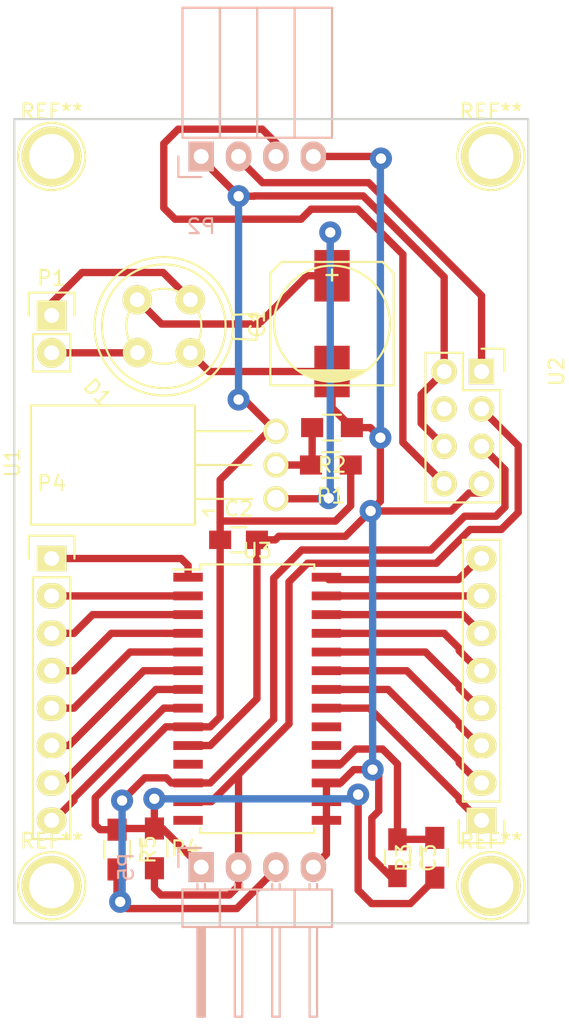
<source format=kicad_pcb>
(kicad_pcb (version 4) (host pcbnew 4.0.0-rc1-stable)

  (general
    (links 0)
    (no_connects 0)
    (area 95.021667 60.729999 135.815 131.090001)
    (thickness 1.6)
    (drawings 4)
    (tracks 248)
    (zones 0)
    (modules 21)
    (nets 31)
  )

  (page A4)
  (layers
    (0 F.Cu signal)
    (31 B.Cu signal)
    (32 B.Adhes user)
    (33 F.Adhes user)
    (34 B.Paste user)
    (35 F.Paste user)
    (36 B.SilkS user)
    (37 F.SilkS user)
    (38 B.Mask user)
    (39 F.Mask user)
    (40 Dwgs.User user)
    (41 Cmts.User user)
    (42 Eco1.User user)
    (43 Eco2.User user)
    (44 Edge.Cuts user)
    (45 Margin user)
    (46 B.CrtYd user)
    (47 F.CrtYd user)
    (48 B.Fab user)
    (49 F.Fab user hide)
  )

  (setup
    (last_trace_width 0.5)
    (user_trace_width 0.5)
    (trace_clearance 0.4)
    (zone_clearance 0.508)
    (zone_45_only no)
    (trace_min 0.2)
    (segment_width 0.2)
    (edge_width 0.15)
    (via_size 1.5)
    (via_drill 0.7)
    (via_min_size 0.4)
    (via_min_drill 0.3)
    (uvia_size 0.3)
    (uvia_drill 0.1)
    (uvias_allowed no)
    (uvia_min_size 0.2)
    (uvia_min_drill 0.1)
    (pcb_text_width 0.3)
    (pcb_text_size 1.5 1.5)
    (mod_edge_width 0.15)
    (mod_text_size 1 1)
    (mod_text_width 0.15)
    (pad_size 1.524 1.524)
    (pad_drill 0.762)
    (pad_to_mask_clearance 0.2)
    (aux_axis_origin 0 0)
    (visible_elements 7FFFFFFF)
    (pcbplotparams
      (layerselection 0x00030_80000001)
      (usegerberextensions false)
      (excludeedgelayer true)
      (linewidth 0.100000)
      (plotframeref false)
      (viasonmask false)
      (mode 1)
      (useauxorigin false)
      (hpglpennumber 1)
      (hpglpenspeed 20)
      (hpglpendiameter 15)
      (hpglpenoverlay 2)
      (psnegative false)
      (psa4output false)
      (plotreference true)
      (plotvalue true)
      (plotinvisibletext false)
      (padsonsilk false)
      (subtractmaskfromsilk false)
      (outputformat 1)
      (mirror false)
      (drillshape 0)
      (scaleselection 1)
      (outputdirectory Exports/PCB/))
  )

  (net 0 "")
  (net 1 /SCL)
  (net 2 +3V3)
  (net 3 "Net-(C1-Pad1)")
  (net 4 GND)
  (net 5 /RST)
  (net 6 "Net-(D1-Pad2)")
  (net 7 "Net-(D1-Pad4)")
  (net 8 /RX)
  (net 9 /TX)
  (net 10 "Net-(P3-Pad1)")
  (net 11 "Net-(P3-Pad2)")
  (net 12 "Net-(P3-Pad3)")
  (net 13 "Net-(P3-Pad4)")
  (net 14 "Net-(P3-Pad5)")
  (net 15 "Net-(P3-Pad6)")
  (net 16 "Net-(P3-Pad7)")
  (net 17 "Net-(P3-Pad8)")
  (net 18 "Net-(P4-Pad1)")
  (net 19 "Net-(P4-Pad2)")
  (net 20 "Net-(P4-Pad3)")
  (net 21 "Net-(P4-Pad4)")
  (net 22 "Net-(P4-Pad5)")
  (net 23 "Net-(P4-Pad6)")
  (net 24 "Net-(P4-Pad7)")
  (net 25 "Net-(P4-Pad8)")
  (net 26 "Net-(R1-Pad2)")
  (net 27 "Net-(U3-Pad19)")
  (net 28 "Net-(U3-Pad20)")
  (net 29 /SDA)
  (net 30 "Net-(U2-Pad4)")

  (net_class Default "Questo è il gruppo di collegamenti predefinito"
    (clearance 0.4)
    (trace_width 0.5)
    (via_dia 1.5)
    (via_drill 0.7)
    (uvia_dia 0.3)
    (uvia_drill 0.1)
    (add_net +3V3)
    (add_net /RST)
    (add_net /RX)
    (add_net /SCL)
    (add_net /SDA)
    (add_net /TX)
    (add_net GND)
    (add_net "Net-(C1-Pad1)")
    (add_net "Net-(D1-Pad2)")
    (add_net "Net-(D1-Pad4)")
    (add_net "Net-(P3-Pad1)")
    (add_net "Net-(P3-Pad2)")
    (add_net "Net-(P3-Pad3)")
    (add_net "Net-(P3-Pad4)")
    (add_net "Net-(P3-Pad5)")
    (add_net "Net-(P3-Pad6)")
    (add_net "Net-(P3-Pad7)")
    (add_net "Net-(P3-Pad8)")
    (add_net "Net-(P4-Pad1)")
    (add_net "Net-(P4-Pad2)")
    (add_net "Net-(P4-Pad3)")
    (add_net "Net-(P4-Pad4)")
    (add_net "Net-(P4-Pad5)")
    (add_net "Net-(P4-Pad6)")
    (add_net "Net-(P4-Pad7)")
    (add_net "Net-(P4-Pad8)")
    (add_net "Net-(R1-Pad2)")
    (add_net "Net-(U2-Pad4)")
    (add_net "Net-(U3-Pad19)")
    (add_net "Net-(U3-Pad20)")
  )

  (module Connect:1pin (layer F.Cu) (tedit 0) (tstamp 56493443)
    (at 100.33 121.285)
    (descr "module 1 pin (ou trou mecanique de percage)")
    (tags DEV)
    (fp_text reference REF** (at 0 -3.048) (layer F.SilkS)
      (effects (font (size 1 1) (thickness 0.15)))
    )
    (fp_text value 1pin (at 0 2.794) (layer F.Fab)
      (effects (font (size 1 1) (thickness 0.15)))
    )
    (fp_circle (center 0 0) (end 0 -2.286) (layer F.SilkS) (width 0.15))
    (pad 1 thru_hole circle (at 0 0) (size 4.064 4.064) (drill 3.048) (layers *.Cu *.Mask F.SilkS))
  )

  (module Connect:1pin (layer F.Cu) (tedit 0) (tstamp 5649343E)
    (at 130.175 121.285)
    (descr "module 1 pin (ou trou mecanique de percage)")
    (tags DEV)
    (fp_text reference REF** (at 0 -3.048) (layer F.SilkS)
      (effects (font (size 1 1) (thickness 0.15)))
    )
    (fp_text value 1pin (at 0 2.794) (layer F.Fab)
      (effects (font (size 1 1) (thickness 0.15)))
    )
    (fp_circle (center 0 0) (end 0 -2.286) (layer F.SilkS) (width 0.15))
    (pad 1 thru_hole circle (at 0 0) (size 4.064 4.064) (drill 3.048) (layers *.Cu *.Mask F.SilkS))
  )

  (module Connect:1pin (layer F.Cu) (tedit 0) (tstamp 56493439)
    (at 130.175 71.755)
    (descr "module 1 pin (ou trou mecanique de percage)")
    (tags DEV)
    (fp_text reference REF** (at 0 -3.048) (layer F.SilkS)
      (effects (font (size 1 1) (thickness 0.15)))
    )
    (fp_text value 1pin (at 0 2.794) (layer F.Fab)
      (effects (font (size 1 1) (thickness 0.15)))
    )
    (fp_circle (center 0 0) (end 0 -2.286) (layer F.SilkS) (width 0.15))
    (pad 1 thru_hole circle (at 0 0) (size 4.064 4.064) (drill 3.048) (layers *.Cu *.Mask F.SilkS))
  )

  (module Capacitors_SMD:c_elec_8x10 (layer F.Cu) (tedit 55729723) (tstamp 564921BD)
    (at 119.38 83.1088 90)
    (descr "SMT capacitor, aluminium electrolytic, 8x10")
    (path /56D42FF9)
    (attr smd)
    (fp_text reference C1 (at 0 -5.08 90) (layer F.SilkS)
      (effects (font (size 1 1) (thickness 0.15)))
    )
    (fp_text value 220u (at 0 5.08 90) (layer F.Fab)
      (effects (font (size 1 1) (thickness 0.15)))
    )
    (fp_line (start -5.35 -4.55) (end 5.35 -4.55) (layer F.CrtYd) (width 0.05))
    (fp_line (start 5.35 -4.55) (end 5.35 4.55) (layer F.CrtYd) (width 0.05))
    (fp_line (start 5.35 4.55) (end -5.35 4.55) (layer F.CrtYd) (width 0.05))
    (fp_line (start -5.35 4.55) (end -5.35 -4.55) (layer F.CrtYd) (width 0.05))
    (fp_line (start -3.81 -1.016) (end -3.81 1.016) (layer F.SilkS) (width 0.15))
    (fp_line (start -3.683 1.397) (end -3.683 -1.397) (layer F.SilkS) (width 0.15))
    (fp_line (start -3.556 -1.651) (end -3.556 1.651) (layer F.SilkS) (width 0.15))
    (fp_line (start -3.429 1.905) (end -3.429 -1.905) (layer F.SilkS) (width 0.15))
    (fp_line (start -3.302 2.032) (end -3.302 -2.032) (layer F.SilkS) (width 0.15))
    (fp_line (start -3.175 -2.286) (end -3.175 2.286) (layer F.SilkS) (width 0.15))
    (fp_line (start -4.191 -4.191) (end -4.191 4.191) (layer F.SilkS) (width 0.15))
    (fp_line (start -4.191 4.191) (end 3.429 4.191) (layer F.SilkS) (width 0.15))
    (fp_line (start 3.429 4.191) (end 4.191 3.429) (layer F.SilkS) (width 0.15))
    (fp_line (start 4.191 3.429) (end 4.191 -3.429) (layer F.SilkS) (width 0.15))
    (fp_line (start 4.191 -3.429) (end 3.429 -4.191) (layer F.SilkS) (width 0.15))
    (fp_line (start 3.429 -4.191) (end -4.191 -4.191) (layer F.SilkS) (width 0.15))
    (fp_line (start 3.683 0) (end 2.921 0) (layer F.SilkS) (width 0.15))
    (fp_line (start 3.302 -0.381) (end 3.302 0.381) (layer F.SilkS) (width 0.15))
    (fp_circle (center 0 0) (end 3.937 0) (layer F.SilkS) (width 0.15))
    (pad 1 smd rect (at 3.2512 0 90) (size 3.50012 2.4003) (layers F.Cu F.Paste F.Mask)
      (net 3 "Net-(C1-Pad1)"))
    (pad 2 smd rect (at -3.2512 0 90) (size 3.50012 2.4003) (layers F.Cu F.Paste F.Mask)
      (net 4 GND))
    (model Capacitors_SMD.3dshapes/c_elec_8x10.wrl
      (at (xyz 0 0 0))
      (scale (xyz 1 1 1))
      (rotate (xyz 0 0 0))
    )
  )

  (module Capacitors_SMD:C_0805_HandSoldering (layer F.Cu) (tedit 541A9B8D) (tstamp 564921C3)
    (at 113.03 97.79)
    (descr "Capacitor SMD 0805, hand soldering")
    (tags "capacitor 0805")
    (path /56D511D3)
    (attr smd)
    (fp_text reference C2 (at 0 -2.1) (layer F.SilkS)
      (effects (font (size 1 1) (thickness 0.15)))
    )
    (fp_text value 0,1u (at 0 2.1) (layer F.Fab)
      (effects (font (size 1 1) (thickness 0.15)))
    )
    (fp_line (start -2.3 -1) (end 2.3 -1) (layer F.CrtYd) (width 0.05))
    (fp_line (start -2.3 1) (end 2.3 1) (layer F.CrtYd) (width 0.05))
    (fp_line (start -2.3 -1) (end -2.3 1) (layer F.CrtYd) (width 0.05))
    (fp_line (start 2.3 -1) (end 2.3 1) (layer F.CrtYd) (width 0.05))
    (fp_line (start 0.5 -0.85) (end -0.5 -0.85) (layer F.SilkS) (width 0.15))
    (fp_line (start -0.5 0.85) (end 0.5 0.85) (layer F.SilkS) (width 0.15))
    (pad 1 smd rect (at -1.25 0) (size 1.5 1.25) (layers F.Cu F.Paste F.Mask)
      (net 2 +3V3))
    (pad 2 smd rect (at 1.25 0) (size 1.5 1.25) (layers F.Cu F.Paste F.Mask)
      (net 4 GND))
    (model Capacitors_SMD.3dshapes/C_0805_HandSoldering.wrl
      (at (xyz 0 0 0))
      (scale (xyz 1 1 1))
      (rotate (xyz 0 0 0))
    )
  )

  (module Capacitors_SMD:C_0805_HandSoldering (layer F.Cu) (tedit 541A9B8D) (tstamp 564921C9)
    (at 123.825 119.38 270)
    (descr "Capacitor SMD 0805, hand soldering")
    (tags "capacitor 0805")
    (path /56D3FA0A)
    (attr smd)
    (fp_text reference C3 (at 0 -2.1 270) (layer F.SilkS)
      (effects (font (size 1 1) (thickness 0.15)))
    )
    (fp_text value 0,1u (at 0 2.1 270) (layer F.Fab)
      (effects (font (size 1 1) (thickness 0.15)))
    )
    (fp_line (start -2.3 -1) (end 2.3 -1) (layer F.CrtYd) (width 0.05))
    (fp_line (start -2.3 1) (end 2.3 1) (layer F.CrtYd) (width 0.05))
    (fp_line (start -2.3 -1) (end -2.3 1) (layer F.CrtYd) (width 0.05))
    (fp_line (start 2.3 -1) (end 2.3 1) (layer F.CrtYd) (width 0.05))
    (fp_line (start 0.5 -0.85) (end -0.5 -0.85) (layer F.SilkS) (width 0.15))
    (fp_line (start -0.5 0.85) (end 0.5 0.85) (layer F.SilkS) (width 0.15))
    (pad 1 smd rect (at -1.25 0 270) (size 1.5 1.25) (layers F.Cu F.Paste F.Mask)
      (net 5 /RST))
    (pad 2 smd rect (at 1.25 0 270) (size 1.5 1.25) (layers F.Cu F.Paste F.Mask)
      (net 4 GND))
    (model Capacitors_SMD.3dshapes/C_0805_HandSoldering.wrl
      (at (xyz 0 0 0))
      (scale (xyz 1 1 1))
      (rotate (xyz 0 0 0))
    )
  )

  (module TO_SOT_Packages_THT:TO-12_TO-33_4Pin (layer F.Cu) (tedit 0) (tstamp 564921D8)
    (at 107.95 83.286878 135)
    (descr "TO-12, TO-33, 4Pin,")
    (tags "TO-12, TO-33, 4Pin,")
    (path /56D4532A)
    (fp_text reference D1 (at 0.01 -6.35 135) (layer F.SilkS)
      (effects (font (size 1 1) (thickness 0.15)))
    )
    (fp_text value Diode_Bridge (at -0.2 10 135) (layer F.Fab)
      (effects (font (size 1 1) (thickness 0.15)))
    )
    (fp_circle (center 0 0) (end 2.55 0) (layer F.SilkS) (width 0.15))
    (fp_line (start -4.5 4.5) (end -3.9 5.1) (layer F.SilkS) (width 0.15))
    (fp_line (start -3.9 5.1) (end -2.8 3.9) (layer F.SilkS) (width 0.15))
    (fp_line (start -4.5 4.5) (end -5.1 3.8) (layer F.SilkS) (width 0.15))
    (fp_line (start -5.1 3.8) (end -3.9 2.7) (layer F.SilkS) (width 0.15))
    (fp_circle (center 0 0) (end 4.2 0) (layer F.SilkS) (width 0.15))
    (fp_circle (center 0 0) (end 4.7 0) (layer F.SilkS) (width 0.15))
    (pad 1 thru_hole circle (at -2.55 0 135) (size 2 2) (drill 1) (layers *.Cu *.Mask F.SilkS)
      (net 4 GND))
    (pad 2 thru_hole circle (at 0 -2.525 135) (size 2 2) (drill 1) (layers *.Cu *.Mask F.SilkS)
      (net 6 "Net-(D1-Pad2)"))
    (pad 3 thru_hole circle (at 2.55 0 135) (size 2 2) (drill 1) (layers *.Cu *.Mask F.SilkS)
      (net 3 "Net-(C1-Pad1)"))
    (pad 4 thru_hole circle (at 0 2.55 135) (size 2 2) (drill 1) (layers *.Cu *.Mask F.SilkS)
      (net 7 "Net-(D1-Pad4)"))
  )

  (module Pin_Headers:Pin_Header_Straight_1x02 (layer F.Cu) (tedit 54EA090C) (tstamp 564921DE)
    (at 100.33 82.55)
    (descr "Through hole pin header")
    (tags "pin header")
    (path /56D45EA6)
    (fp_text reference P1 (at 0 -2.54) (layer F.SilkS)
      (effects (font (size 1 1) (thickness 0.15)))
    )
    (fp_text value CONN_01X02 (at 0 -3.1) (layer F.Fab)
      (effects (font (size 1 1) (thickness 0.15)))
    )
    (fp_line (start 1.27 1.27) (end 1.27 3.81) (layer F.SilkS) (width 0.15))
    (fp_line (start 1.55 -1.55) (end 1.55 0) (layer F.SilkS) (width 0.15))
    (fp_line (start -1.75 -1.75) (end -1.75 4.3) (layer F.CrtYd) (width 0.05))
    (fp_line (start 1.75 -1.75) (end 1.75 4.3) (layer F.CrtYd) (width 0.05))
    (fp_line (start -1.75 -1.75) (end 1.75 -1.75) (layer F.CrtYd) (width 0.05))
    (fp_line (start -1.75 4.3) (end 1.75 4.3) (layer F.CrtYd) (width 0.05))
    (fp_line (start 1.27 1.27) (end -1.27 1.27) (layer F.SilkS) (width 0.15))
    (fp_line (start -1.55 0) (end -1.55 -1.55) (layer F.SilkS) (width 0.15))
    (fp_line (start -1.55 -1.55) (end 1.55 -1.55) (layer F.SilkS) (width 0.15))
    (fp_line (start -1.27 1.27) (end -1.27 3.81) (layer F.SilkS) (width 0.15))
    (fp_line (start -1.27 3.81) (end 1.27 3.81) (layer F.SilkS) (width 0.15))
    (pad 1 thru_hole rect (at 0 0) (size 2.032 2.032) (drill 1.016) (layers *.Cu *.Mask F.SilkS)
      (net 7 "Net-(D1-Pad4)"))
    (pad 2 thru_hole oval (at 0 2.54) (size 2.032 2.032) (drill 1.016) (layers *.Cu *.Mask F.SilkS)
      (net 6 "Net-(D1-Pad2)"))
    (model Pin_Headers.3dshapes/Pin_Header_Straight_1x02.wrl
      (at (xyz 0 -0.05 0))
      (scale (xyz 1 1 1))
      (rotate (xyz 0 0 90))
    )
  )

  (module Socket_Strips:Socket_Strip_Angled_1x04 (layer B.Cu) (tedit 0) (tstamp 564921FA)
    (at 110.49 71.755)
    (descr "Through hole socket strip")
    (tags "socket strip")
    (path /56D40F46)
    (fp_text reference P2 (at 0 4.75) (layer B.SilkS)
      (effects (font (size 1 1) (thickness 0.15)) (justify mirror))
    )
    (fp_text value CONN_01X04 (at 0 2.75) (layer B.Fab)
      (effects (font (size 1 1) (thickness 0.15)) (justify mirror))
    )
    (fp_line (start -1.75 1.5) (end -1.75 -10.6) (layer B.CrtYd) (width 0.05))
    (fp_line (start 9.4 1.5) (end 9.4 -10.6) (layer B.CrtYd) (width 0.05))
    (fp_line (start -1.75 1.5) (end 9.4 1.5) (layer B.CrtYd) (width 0.05))
    (fp_line (start -1.75 -10.6) (end 9.4 -10.6) (layer B.CrtYd) (width 0.05))
    (fp_line (start 8.89 -10.1) (end 8.89 -1.27) (layer B.SilkS) (width 0.15))
    (fp_line (start 6.35 -10.1) (end 8.89 -10.1) (layer B.SilkS) (width 0.15))
    (fp_line (start 6.35 -1.27) (end 8.89 -1.27) (layer B.SilkS) (width 0.15))
    (fp_line (start 3.81 -1.27) (end 6.35 -1.27) (layer B.SilkS) (width 0.15))
    (fp_line (start 3.81 -10.1) (end 6.35 -10.1) (layer B.SilkS) (width 0.15))
    (fp_line (start 6.35 -10.1) (end 6.35 -1.27) (layer B.SilkS) (width 0.15))
    (fp_line (start 3.81 -10.1) (end 3.81 -1.27) (layer B.SilkS) (width 0.15))
    (fp_line (start 1.27 -10.1) (end 3.81 -10.1) (layer B.SilkS) (width 0.15))
    (fp_line (start 1.27 -1.27) (end 1.27 -10.1) (layer B.SilkS) (width 0.15))
    (fp_line (start 1.27 -1.27) (end 3.81 -1.27) (layer B.SilkS) (width 0.15))
    (fp_line (start -1.27 -1.27) (end 1.27 -1.27) (layer B.SilkS) (width 0.15))
    (fp_line (start 0 1.4) (end -1.55 1.4) (layer B.SilkS) (width 0.15))
    (fp_line (start -1.55 1.4) (end -1.55 0) (layer B.SilkS) (width 0.15))
    (fp_line (start -1.27 -1.27) (end -1.27 -10.1) (layer B.SilkS) (width 0.15))
    (fp_line (start -1.27 -10.1) (end 1.27 -10.1) (layer B.SilkS) (width 0.15))
    (fp_line (start 1.27 -10.1) (end 1.27 -1.27) (layer B.SilkS) (width 0.15))
    (pad 1 thru_hole rect (at 0 0) (size 1.7272 2.032) (drill 1.016) (layers *.Cu *.Mask B.SilkS)
      (net 2 +3V3))
    (pad 2 thru_hole oval (at 2.54 0) (size 1.7272 2.032) (drill 1.016) (layers *.Cu *.Mask B.SilkS)
      (net 8 /RX))
    (pad 3 thru_hole oval (at 5.08 0) (size 1.7272 2.032) (drill 1.016) (layers *.Cu *.Mask B.SilkS)
      (net 9 /TX))
    (pad 4 thru_hole oval (at 7.62 0) (size 1.7272 2.032) (drill 1.016) (layers *.Cu *.Mask B.SilkS)
      (net 4 GND))
    (model Socket_Strips.3dshapes/Socket_Strip_Angled_1x04.wrl
      (at (xyz 0.15 0 0))
      (scale (xyz 1 1 1))
      (rotate (xyz 0 0 180))
    )
  )

  (module Pin_Headers:Pin_Header_Straight_1x08 (layer F.Cu) (tedit 0) (tstamp 56492206)
    (at 129.54 116.84 180)
    (descr "Through hole pin header")
    (tags "pin header")
    (path /56D3F777)
    (fp_text reference P3 (at 0 -5.1 180) (layer F.SilkS)
      (effects (font (size 1 1) (thickness 0.15)))
    )
    (fp_text value CONN_01X08 (at 0 -3.1 180) (layer F.Fab)
      (effects (font (size 1 1) (thickness 0.15)))
    )
    (fp_line (start -1.75 -1.75) (end -1.75 19.55) (layer F.CrtYd) (width 0.05))
    (fp_line (start 1.75 -1.75) (end 1.75 19.55) (layer F.CrtYd) (width 0.05))
    (fp_line (start -1.75 -1.75) (end 1.75 -1.75) (layer F.CrtYd) (width 0.05))
    (fp_line (start -1.75 19.55) (end 1.75 19.55) (layer F.CrtYd) (width 0.05))
    (fp_line (start 1.27 1.27) (end 1.27 19.05) (layer F.SilkS) (width 0.15))
    (fp_line (start 1.27 19.05) (end -1.27 19.05) (layer F.SilkS) (width 0.15))
    (fp_line (start -1.27 19.05) (end -1.27 1.27) (layer F.SilkS) (width 0.15))
    (fp_line (start 1.55 -1.55) (end 1.55 0) (layer F.SilkS) (width 0.15))
    (fp_line (start 1.27 1.27) (end -1.27 1.27) (layer F.SilkS) (width 0.15))
    (fp_line (start -1.55 0) (end -1.55 -1.55) (layer F.SilkS) (width 0.15))
    (fp_line (start -1.55 -1.55) (end 1.55 -1.55) (layer F.SilkS) (width 0.15))
    (pad 1 thru_hole rect (at 0 0 180) (size 2.032 1.7272) (drill 1.016) (layers *.Cu *.Mask F.SilkS)
      (net 10 "Net-(P3-Pad1)"))
    (pad 2 thru_hole oval (at 0 2.54 180) (size 2.032 1.7272) (drill 1.016) (layers *.Cu *.Mask F.SilkS)
      (net 11 "Net-(P3-Pad2)"))
    (pad 3 thru_hole oval (at 0 5.08 180) (size 2.032 1.7272) (drill 1.016) (layers *.Cu *.Mask F.SilkS)
      (net 12 "Net-(P3-Pad3)"))
    (pad 4 thru_hole oval (at 0 7.62 180) (size 2.032 1.7272) (drill 1.016) (layers *.Cu *.Mask F.SilkS)
      (net 13 "Net-(P3-Pad4)"))
    (pad 5 thru_hole oval (at 0 10.16 180) (size 2.032 1.7272) (drill 1.016) (layers *.Cu *.Mask F.SilkS)
      (net 14 "Net-(P3-Pad5)"))
    (pad 6 thru_hole oval (at 0 12.7 180) (size 2.032 1.7272) (drill 1.016) (layers *.Cu *.Mask F.SilkS)
      (net 15 "Net-(P3-Pad6)"))
    (pad 7 thru_hole oval (at 0 15.24 180) (size 2.032 1.7272) (drill 1.016) (layers *.Cu *.Mask F.SilkS)
      (net 16 "Net-(P3-Pad7)"))
    (pad 8 thru_hole oval (at 0 17.78 180) (size 2.032 1.7272) (drill 1.016) (layers *.Cu *.Mask F.SilkS)
      (net 17 "Net-(P3-Pad8)"))
    (model Pin_Headers.3dshapes/Pin_Header_Straight_1x08.wrl
      (at (xyz 0 -0.35 0))
      (scale (xyz 1 1 1))
      (rotate (xyz 0 0 90))
    )
  )

  (module Pin_Headers:Pin_Header_Straight_1x08 (layer F.Cu) (tedit 0) (tstamp 56492212)
    (at 100.33 99.06)
    (descr "Through hole pin header")
    (tags "pin header")
    (path /56D3F7AE)
    (fp_text reference P4 (at 0 -5.1) (layer F.SilkS)
      (effects (font (size 1 1) (thickness 0.15)))
    )
    (fp_text value CONN_01X08 (at 0 -3.1) (layer F.Fab)
      (effects (font (size 1 1) (thickness 0.15)))
    )
    (fp_line (start -1.75 -1.75) (end -1.75 19.55) (layer F.CrtYd) (width 0.05))
    (fp_line (start 1.75 -1.75) (end 1.75 19.55) (layer F.CrtYd) (width 0.05))
    (fp_line (start -1.75 -1.75) (end 1.75 -1.75) (layer F.CrtYd) (width 0.05))
    (fp_line (start -1.75 19.55) (end 1.75 19.55) (layer F.CrtYd) (width 0.05))
    (fp_line (start 1.27 1.27) (end 1.27 19.05) (layer F.SilkS) (width 0.15))
    (fp_line (start 1.27 19.05) (end -1.27 19.05) (layer F.SilkS) (width 0.15))
    (fp_line (start -1.27 19.05) (end -1.27 1.27) (layer F.SilkS) (width 0.15))
    (fp_line (start 1.55 -1.55) (end 1.55 0) (layer F.SilkS) (width 0.15))
    (fp_line (start 1.27 1.27) (end -1.27 1.27) (layer F.SilkS) (width 0.15))
    (fp_line (start -1.55 0) (end -1.55 -1.55) (layer F.SilkS) (width 0.15))
    (fp_line (start -1.55 -1.55) (end 1.55 -1.55) (layer F.SilkS) (width 0.15))
    (pad 1 thru_hole rect (at 0 0) (size 2.032 1.7272) (drill 1.016) (layers *.Cu *.Mask F.SilkS)
      (net 18 "Net-(P4-Pad1)"))
    (pad 2 thru_hole oval (at 0 2.54) (size 2.032 1.7272) (drill 1.016) (layers *.Cu *.Mask F.SilkS)
      (net 19 "Net-(P4-Pad2)"))
    (pad 3 thru_hole oval (at 0 5.08) (size 2.032 1.7272) (drill 1.016) (layers *.Cu *.Mask F.SilkS)
      (net 20 "Net-(P4-Pad3)"))
    (pad 4 thru_hole oval (at 0 7.62) (size 2.032 1.7272) (drill 1.016) (layers *.Cu *.Mask F.SilkS)
      (net 21 "Net-(P4-Pad4)"))
    (pad 5 thru_hole oval (at 0 10.16) (size 2.032 1.7272) (drill 1.016) (layers *.Cu *.Mask F.SilkS)
      (net 22 "Net-(P4-Pad5)"))
    (pad 6 thru_hole oval (at 0 12.7) (size 2.032 1.7272) (drill 1.016) (layers *.Cu *.Mask F.SilkS)
      (net 23 "Net-(P4-Pad6)"))
    (pad 7 thru_hole oval (at 0 15.24) (size 2.032 1.7272) (drill 1.016) (layers *.Cu *.Mask F.SilkS)
      (net 24 "Net-(P4-Pad7)"))
    (pad 8 thru_hole oval (at 0 17.78) (size 2.032 1.7272) (drill 1.016) (layers *.Cu *.Mask F.SilkS)
      (net 25 "Net-(P4-Pad8)"))
    (model Pin_Headers.3dshapes/Pin_Header_Straight_1x08.wrl
      (at (xyz 0 -0.35 0))
      (scale (xyz 1 1 1))
      (rotate (xyz 0 0 90))
    )
  )

  (module Pin_Headers:Pin_Header_Angled_1x04 (layer B.Cu) (tedit 0) (tstamp 5649221A)
    (at 110.49 120.015 270)
    (descr "Through hole pin header")
    (tags "pin header")
    (path /56D40C17)
    (fp_text reference P5 (at 0 5.1 270) (layer B.SilkS)
      (effects (font (size 1 1) (thickness 0.15)) (justify mirror))
    )
    (fp_text value CONN_01X04 (at 0 3.1 270) (layer B.Fab)
      (effects (font (size 1 1) (thickness 0.15)) (justify mirror))
    )
    (fp_line (start -1.5 1.75) (end -1.5 -9.4) (layer B.CrtYd) (width 0.05))
    (fp_line (start 10.65 1.75) (end 10.65 -9.4) (layer B.CrtYd) (width 0.05))
    (fp_line (start -1.5 1.75) (end 10.65 1.75) (layer B.CrtYd) (width 0.05))
    (fp_line (start -1.5 -9.4) (end 10.65 -9.4) (layer B.CrtYd) (width 0.05))
    (fp_line (start -1.3 1.55) (end -1.3 0) (layer B.SilkS) (width 0.15))
    (fp_line (start 0 1.55) (end -1.3 1.55) (layer B.SilkS) (width 0.15))
    (fp_line (start 4.191 0.127) (end 10.033 0.127) (layer B.SilkS) (width 0.15))
    (fp_line (start 10.033 0.127) (end 10.033 -0.127) (layer B.SilkS) (width 0.15))
    (fp_line (start 10.033 -0.127) (end 4.191 -0.127) (layer B.SilkS) (width 0.15))
    (fp_line (start 4.191 -0.127) (end 4.191 0) (layer B.SilkS) (width 0.15))
    (fp_line (start 4.191 0) (end 10.033 0) (layer B.SilkS) (width 0.15))
    (fp_line (start 1.524 0.254) (end 1.143 0.254) (layer B.SilkS) (width 0.15))
    (fp_line (start 1.524 -0.254) (end 1.143 -0.254) (layer B.SilkS) (width 0.15))
    (fp_line (start 1.524 -2.286) (end 1.143 -2.286) (layer B.SilkS) (width 0.15))
    (fp_line (start 1.524 -2.794) (end 1.143 -2.794) (layer B.SilkS) (width 0.15))
    (fp_line (start 1.524 -4.826) (end 1.143 -4.826) (layer B.SilkS) (width 0.15))
    (fp_line (start 1.524 -5.334) (end 1.143 -5.334) (layer B.SilkS) (width 0.15))
    (fp_line (start 1.524 -7.874) (end 1.143 -7.874) (layer B.SilkS) (width 0.15))
    (fp_line (start 1.524 -7.366) (end 1.143 -7.366) (layer B.SilkS) (width 0.15))
    (fp_line (start 1.524 1.27) (end 4.064 1.27) (layer B.SilkS) (width 0.15))
    (fp_line (start 1.524 -1.27) (end 4.064 -1.27) (layer B.SilkS) (width 0.15))
    (fp_line (start 1.524 -1.27) (end 1.524 -3.81) (layer B.SilkS) (width 0.15))
    (fp_line (start 1.524 -3.81) (end 4.064 -3.81) (layer B.SilkS) (width 0.15))
    (fp_line (start 4.064 -2.286) (end 10.16 -2.286) (layer B.SilkS) (width 0.15))
    (fp_line (start 10.16 -2.286) (end 10.16 -2.794) (layer B.SilkS) (width 0.15))
    (fp_line (start 10.16 -2.794) (end 4.064 -2.794) (layer B.SilkS) (width 0.15))
    (fp_line (start 4.064 -3.81) (end 4.064 -1.27) (layer B.SilkS) (width 0.15))
    (fp_line (start 4.064 -1.27) (end 4.064 1.27) (layer B.SilkS) (width 0.15))
    (fp_line (start 10.16 -0.254) (end 4.064 -0.254) (layer B.SilkS) (width 0.15))
    (fp_line (start 10.16 0.254) (end 10.16 -0.254) (layer B.SilkS) (width 0.15))
    (fp_line (start 4.064 0.254) (end 10.16 0.254) (layer B.SilkS) (width 0.15))
    (fp_line (start 1.524 -1.27) (end 4.064 -1.27) (layer B.SilkS) (width 0.15))
    (fp_line (start 1.524 1.27) (end 1.524 -1.27) (layer B.SilkS) (width 0.15))
    (fp_line (start 1.524 -6.35) (end 4.064 -6.35) (layer B.SilkS) (width 0.15))
    (fp_line (start 1.524 -6.35) (end 1.524 -8.89) (layer B.SilkS) (width 0.15))
    (fp_line (start 1.524 -8.89) (end 4.064 -8.89) (layer B.SilkS) (width 0.15))
    (fp_line (start 4.064 -7.366) (end 10.16 -7.366) (layer B.SilkS) (width 0.15))
    (fp_line (start 10.16 -7.366) (end 10.16 -7.874) (layer B.SilkS) (width 0.15))
    (fp_line (start 10.16 -7.874) (end 4.064 -7.874) (layer B.SilkS) (width 0.15))
    (fp_line (start 4.064 -8.89) (end 4.064 -6.35) (layer B.SilkS) (width 0.15))
    (fp_line (start 4.064 -6.35) (end 4.064 -3.81) (layer B.SilkS) (width 0.15))
    (fp_line (start 10.16 -5.334) (end 4.064 -5.334) (layer B.SilkS) (width 0.15))
    (fp_line (start 10.16 -4.826) (end 10.16 -5.334) (layer B.SilkS) (width 0.15))
    (fp_line (start 4.064 -4.826) (end 10.16 -4.826) (layer B.SilkS) (width 0.15))
    (fp_line (start 1.524 -6.35) (end 4.064 -6.35) (layer B.SilkS) (width 0.15))
    (fp_line (start 1.524 -3.81) (end 1.524 -6.35) (layer B.SilkS) (width 0.15))
    (fp_line (start 1.524 -3.81) (end 4.064 -3.81) (layer B.SilkS) (width 0.15))
    (pad 1 thru_hole rect (at 0 0 270) (size 2.032 1.7272) (drill 1.016) (layers *.Cu *.Mask B.SilkS)
      (net 2 +3V3))
    (pad 2 thru_hole oval (at 0 -2.54 270) (size 2.032 1.7272) (drill 1.016) (layers *.Cu *.Mask B.SilkS)
      (net 29 /SDA))
    (pad 3 thru_hole oval (at 0 -5.08 270) (size 2.032 1.7272) (drill 1.016) (layers *.Cu *.Mask B.SilkS)
      (net 1 /SCL))
    (pad 4 thru_hole oval (at 0 -7.62 270) (size 2.032 1.7272) (drill 1.016) (layers *.Cu *.Mask B.SilkS)
      (net 4 GND))
    (model Pin_Headers.3dshapes/Pin_Header_Angled_1x04.wrl
      (at (xyz 0 -0.15 0))
      (scale (xyz 1 1 1))
      (rotate (xyz 0 0 90))
    )
  )

  (module Resistors_SMD:R_0805_HandSoldering (layer F.Cu) (tedit 54189DEE) (tstamp 56492226)
    (at 119.3 92.71 180)
    (descr "Resistor SMD 0805, hand soldering")
    (tags "resistor 0805")
    (path /56D43950)
    (attr smd)
    (fp_text reference R1 (at 0 -2.1 180) (layer F.SilkS)
      (effects (font (size 1 1) (thickness 0.15)))
    )
    (fp_text value 240 (at 0 2.1 180) (layer F.Fab)
      (effects (font (size 1 1) (thickness 0.15)))
    )
    (fp_line (start -2.4 -1) (end 2.4 -1) (layer F.CrtYd) (width 0.05))
    (fp_line (start -2.4 1) (end 2.4 1) (layer F.CrtYd) (width 0.05))
    (fp_line (start -2.4 -1) (end -2.4 1) (layer F.CrtYd) (width 0.05))
    (fp_line (start 2.4 -1) (end 2.4 1) (layer F.CrtYd) (width 0.05))
    (fp_line (start 0.6 0.875) (end -0.6 0.875) (layer F.SilkS) (width 0.15))
    (fp_line (start -0.6 -0.875) (end 0.6 -0.875) (layer F.SilkS) (width 0.15))
    (pad 1 smd rect (at -1.35 0 180) (size 1.5 1.3) (layers F.Cu F.Paste F.Mask)
      (net 2 +3V3))
    (pad 2 smd rect (at 1.35 0 180) (size 1.5 1.3) (layers F.Cu F.Paste F.Mask)
      (net 26 "Net-(R1-Pad2)"))
    (model Resistors_SMD.3dshapes/R_0805_HandSoldering.wrl
      (at (xyz 0 0 0))
      (scale (xyz 1 1 1))
      (rotate (xyz 0 0 0))
    )
  )

  (module Resistors_SMD:R_0805_HandSoldering (layer F.Cu) (tedit 54189DEE) (tstamp 56492232)
    (at 119.38 90.17)
    (descr "Resistor SMD 0805, hand soldering")
    (tags "resistor 0805")
    (path /56D43A50)
    (attr smd)
    (fp_text reference R2 (at 0 2.54) (layer F.SilkS)
      (effects (font (size 1 1) (thickness 0.15)))
    )
    (fp_text value 390 (at 0 2.1) (layer F.Fab)
      (effects (font (size 1 1) (thickness 0.15)))
    )
    (fp_line (start -2.4 -1) (end 2.4 -1) (layer F.CrtYd) (width 0.05))
    (fp_line (start -2.4 1) (end 2.4 1) (layer F.CrtYd) (width 0.05))
    (fp_line (start -2.4 -1) (end -2.4 1) (layer F.CrtYd) (width 0.05))
    (fp_line (start 2.4 -1) (end 2.4 1) (layer F.CrtYd) (width 0.05))
    (fp_line (start 0.6 0.875) (end -0.6 0.875) (layer F.SilkS) (width 0.15))
    (fp_line (start -0.6 -0.875) (end 0.6 -0.875) (layer F.SilkS) (width 0.15))
    (pad 1 smd rect (at -1.35 0) (size 1.5 1.3) (layers F.Cu F.Paste F.Mask)
      (net 26 "Net-(R1-Pad2)"))
    (pad 2 smd rect (at 1.35 0) (size 1.5 1.3) (layers F.Cu F.Paste F.Mask)
      (net 4 GND))
    (model Resistors_SMD.3dshapes/R_0805_HandSoldering.wrl
      (at (xyz 0 0 0))
      (scale (xyz 1 1 1))
      (rotate (xyz 0 0 0))
    )
  )

  (module Resistors_SMD:R_0805_HandSoldering (layer F.Cu) (tedit 54189DEE) (tstamp 5649223E)
    (at 126.365 119.38 90)
    (descr "Resistor SMD 0805, hand soldering")
    (tags "resistor 0805")
    (path /56D3F97D)
    (attr smd)
    (fp_text reference R3 (at 0 -2.1 90) (layer F.SilkS)
      (effects (font (size 1 1) (thickness 0.15)))
    )
    (fp_text value 1K (at 0 2.1 90) (layer F.Fab)
      (effects (font (size 1 1) (thickness 0.15)))
    )
    (fp_line (start -2.4 -1) (end 2.4 -1) (layer F.CrtYd) (width 0.05))
    (fp_line (start -2.4 1) (end 2.4 1) (layer F.CrtYd) (width 0.05))
    (fp_line (start -2.4 -1) (end -2.4 1) (layer F.CrtYd) (width 0.05))
    (fp_line (start 2.4 -1) (end 2.4 1) (layer F.CrtYd) (width 0.05))
    (fp_line (start 0.6 0.875) (end -0.6 0.875) (layer F.SilkS) (width 0.15))
    (fp_line (start -0.6 -0.875) (end 0.6 -0.875) (layer F.SilkS) (width 0.15))
    (pad 1 smd rect (at -1.35 0 90) (size 1.5 1.3) (layers F.Cu F.Paste F.Mask)
      (net 2 +3V3))
    (pad 2 smd rect (at 1.35 0 90) (size 1.5 1.3) (layers F.Cu F.Paste F.Mask)
      (net 5 /RST))
    (model Resistors_SMD.3dshapes/R_0805_HandSoldering.wrl
      (at (xyz 0 0 0))
      (scale (xyz 1 1 1))
      (rotate (xyz 0 0 0))
    )
  )

  (module Housings_SOT:SOT126_SOT32_Housing_Horizontal (layer F.Cu) (tedit 0) (tstamp 56492246)
    (at 115.57 92.71 90)
    (descr "SOT126, SOT32, Housing, Horizontal,")
    (tags "SOT126, SOT32, Housing, Horizontal,")
    (path /56D43545)
    (fp_text reference U1 (at 0.14986 -17.89938 90) (layer F.SilkS)
      (effects (font (size 1 1) (thickness 0.15)))
    )
    (fp_text value LM317AH (at 0.70104 4.30022 90) (layer F.Fab)
      (effects (font (size 1 1) (thickness 0.15)))
    )
    (fp_line (start -3.44932 -4.65074) (end -3.0988 -4.95046) (layer F.SilkS) (width 0.15))
    (fp_line (start -3.0988 -4.95046) (end -3.0988 -4.20116) (layer F.SilkS) (width 0.15))
    (fp_line (start -2.30124 -5.4991) (end -2.30124 -1.6002) (layer F.SilkS) (width 0.15))
    (fp_line (start 2.30124 -5.4991) (end 2.30124 -1.6002) (layer F.SilkS) (width 0.15))
    (fp_line (start 0 -5.4991) (end 0 -1.651) (layer F.SilkS) (width 0.15))
    (fp_line (start 4.04876 -5.4991) (end 4.04876 -16.6497) (layer F.SilkS) (width 0.15))
    (fp_line (start 4.04876 -16.6497) (end -4.04876 -16.6497) (layer F.SilkS) (width 0.15))
    (fp_line (start -4.04876 -16.6497) (end -4.04876 -5.4991) (layer F.SilkS) (width 0.15))
    (fp_line (start 4.04876 -5.4991) (end -4.04876 -5.4991) (layer F.SilkS) (width 0.15))
    (pad 2 thru_hole circle (at 0 0 90) (size 1.69926 1.69926) (drill 1.19888) (layers *.Cu *.Mask F.SilkS)
      (net 26 "Net-(R1-Pad2)"))
    (pad 1 thru_hole circle (at -2.29108 0 90) (size 1.69926 1.69926) (drill 1.19888) (layers *.Cu *.Mask F.SilkS)
      (net 3 "Net-(C1-Pad1)"))
    (pad 3 thru_hole circle (at 2.29108 0 90) (size 1.69926 1.69926) (drill 1.19888) (layers *.Cu *.Mask F.SilkS)
      (net 2 +3V3))
    (pad "" np_thru_hole circle (at 0 -12.79906 90) (size 3.2004 3.2004) (drill 3.2004) (layers *.Cu *.Mask F.SilkS))
    (model Housings_SOT.3dshapes/SOT126_SOT32_Housing_Horizontal.wrl
      (at (xyz 0 0 0))
      (scale (xyz 0.3937 0.3937 0.3937))
      (rotate (xyz 0 0 0))
    )
  )

  (module Housings_SOIC:SOIC-28_7.5x17.9mm_Pitch1.27mm (layer F.Cu) (tedit 54130A77) (tstamp 56492285)
    (at 114.3 108.585)
    (descr "28-Lead Plastic Small Outline (SO) - Wide, 7.50 mm Body [SOIC] (see Microchip Packaging Specification 00000049BS.pdf)")
    (tags "SOIC 1.27")
    (path /56D3F6D9)
    (attr smd)
    (fp_text reference U3 (at 0 -10.05) (layer F.SilkS)
      (effects (font (size 1 1) (thickness 0.15)))
    )
    (fp_text value MCP23017 (at 0 10.05) (layer F.Fab)
      (effects (font (size 1 1) (thickness 0.15)))
    )
    (fp_line (start -5.95 -9.3) (end -5.95 9.3) (layer F.CrtYd) (width 0.05))
    (fp_line (start 5.95 -9.3) (end 5.95 9.3) (layer F.CrtYd) (width 0.05))
    (fp_line (start -5.95 -9.3) (end 5.95 -9.3) (layer F.CrtYd) (width 0.05))
    (fp_line (start -5.95 9.3) (end 5.95 9.3) (layer F.CrtYd) (width 0.05))
    (fp_line (start -3.875 -9.125) (end -3.875 -8.78) (layer F.SilkS) (width 0.15))
    (fp_line (start 3.875 -9.125) (end 3.875 -8.78) (layer F.SilkS) (width 0.15))
    (fp_line (start 3.875 9.125) (end 3.875 8.78) (layer F.SilkS) (width 0.15))
    (fp_line (start -3.875 9.125) (end -3.875 8.78) (layer F.SilkS) (width 0.15))
    (fp_line (start -3.875 -9.125) (end 3.875 -9.125) (layer F.SilkS) (width 0.15))
    (fp_line (start -3.875 9.125) (end 3.875 9.125) (layer F.SilkS) (width 0.15))
    (fp_line (start -3.875 -8.78) (end -5.7 -8.78) (layer F.SilkS) (width 0.15))
    (pad 1 smd rect (at -4.7 -8.255) (size 2 0.6) (layers F.Cu F.Paste F.Mask)
      (net 18 "Net-(P4-Pad1)"))
    (pad 2 smd rect (at -4.7 -6.985) (size 2 0.6) (layers F.Cu F.Paste F.Mask)
      (net 19 "Net-(P4-Pad2)"))
    (pad 3 smd rect (at -4.7 -5.715) (size 2 0.6) (layers F.Cu F.Paste F.Mask)
      (net 20 "Net-(P4-Pad3)"))
    (pad 4 smd rect (at -4.7 -4.445) (size 2 0.6) (layers F.Cu F.Paste F.Mask)
      (net 21 "Net-(P4-Pad4)"))
    (pad 5 smd rect (at -4.7 -3.175) (size 2 0.6) (layers F.Cu F.Paste F.Mask)
      (net 22 "Net-(P4-Pad5)"))
    (pad 6 smd rect (at -4.7 -1.905) (size 2 0.6) (layers F.Cu F.Paste F.Mask)
      (net 23 "Net-(P4-Pad6)"))
    (pad 7 smd rect (at -4.7 -0.635) (size 2 0.6) (layers F.Cu F.Paste F.Mask)
      (net 24 "Net-(P4-Pad7)"))
    (pad 8 smd rect (at -4.7 0.635) (size 2 0.6) (layers F.Cu F.Paste F.Mask)
      (net 25 "Net-(P4-Pad8)"))
    (pad 9 smd rect (at -4.7 1.905) (size 2 0.6) (layers F.Cu F.Paste F.Mask)
      (net 2 +3V3))
    (pad 10 smd rect (at -4.7 3.175) (size 2 0.6) (layers F.Cu F.Paste F.Mask)
      (net 4 GND))
    (pad 11 smd rect (at -4.7 4.445) (size 2 0.6) (layers F.Cu F.Paste F.Mask))
    (pad 12 smd rect (at -4.7 5.715) (size 2 0.6) (layers F.Cu F.Paste F.Mask)
      (net 1 /SCL))
    (pad 13 smd rect (at -4.7 6.985) (size 2 0.6) (layers F.Cu F.Paste F.Mask)
      (net 29 /SDA))
    (pad 14 smd rect (at -4.7 8.255) (size 2 0.6) (layers F.Cu F.Paste F.Mask))
    (pad 15 smd rect (at 4.7 8.255) (size 2 0.6) (layers F.Cu F.Paste F.Mask)
      (net 4 GND))
    (pad 16 smd rect (at 4.7 6.985) (size 2 0.6) (layers F.Cu F.Paste F.Mask)
      (net 4 GND))
    (pad 17 smd rect (at 4.7 5.715) (size 2 0.6) (layers F.Cu F.Paste F.Mask)
      (net 4 GND))
    (pad 18 smd rect (at 4.7 4.445) (size 2 0.6) (layers F.Cu F.Paste F.Mask)
      (net 5 /RST))
    (pad 19 smd rect (at 4.7 3.175) (size 2 0.6) (layers F.Cu F.Paste F.Mask)
      (net 27 "Net-(U3-Pad19)"))
    (pad 20 smd rect (at 4.7 1.905) (size 2 0.6) (layers F.Cu F.Paste F.Mask)
      (net 28 "Net-(U3-Pad20)"))
    (pad 21 smd rect (at 4.7 0.635) (size 2 0.6) (layers F.Cu F.Paste F.Mask)
      (net 10 "Net-(P3-Pad1)"))
    (pad 22 smd rect (at 4.7 -0.635) (size 2 0.6) (layers F.Cu F.Paste F.Mask)
      (net 11 "Net-(P3-Pad2)"))
    (pad 23 smd rect (at 4.7 -1.905) (size 2 0.6) (layers F.Cu F.Paste F.Mask)
      (net 12 "Net-(P3-Pad3)"))
    (pad 24 smd rect (at 4.7 -3.175) (size 2 0.6) (layers F.Cu F.Paste F.Mask)
      (net 13 "Net-(P3-Pad4)"))
    (pad 25 smd rect (at 4.7 -4.445) (size 2 0.6) (layers F.Cu F.Paste F.Mask)
      (net 14 "Net-(P3-Pad5)"))
    (pad 26 smd rect (at 4.7 -5.715) (size 2 0.6) (layers F.Cu F.Paste F.Mask)
      (net 15 "Net-(P3-Pad6)"))
    (pad 27 smd rect (at 4.7 -6.985) (size 2 0.6) (layers F.Cu F.Paste F.Mask)
      (net 16 "Net-(P3-Pad7)"))
    (pad 28 smd rect (at 4.7 -8.255) (size 2 0.6) (layers F.Cu F.Paste F.Mask)
      (net 17 "Net-(P3-Pad8)"))
    (model Housings_SOIC.3dshapes/SOIC-28_7.5x17.9mm_Pitch1.27mm.wrl
      (at (xyz 0 0 0))
      (scale (xyz 1 1 1))
      (rotate (xyz 0 0 0))
    )
  )

  (module Resistors_SMD:R_0805_HandSoldering (layer F.Cu) (tedit 54189DEE) (tstamp 56492390)
    (at 104.775 118.825 270)
    (descr "Resistor SMD 0805, hand soldering")
    (tags "resistor 0805")
    (path /56D4CC34)
    (attr smd)
    (fp_text reference R5 (at 0 -2.1 270) (layer F.SilkS)
      (effects (font (size 1 1) (thickness 0.15)))
    )
    (fp_text value 1K (at 0 2.1 270) (layer F.Fab)
      (effects (font (size 1 1) (thickness 0.15)))
    )
    (fp_line (start -2.4 -1) (end 2.4 -1) (layer F.CrtYd) (width 0.05))
    (fp_line (start -2.4 1) (end 2.4 1) (layer F.CrtYd) (width 0.05))
    (fp_line (start -2.4 -1) (end -2.4 1) (layer F.CrtYd) (width 0.05))
    (fp_line (start 2.4 -1) (end 2.4 1) (layer F.CrtYd) (width 0.05))
    (fp_line (start 0.6 0.875) (end -0.6 0.875) (layer F.SilkS) (width 0.15))
    (fp_line (start -0.6 -0.875) (end 0.6 -0.875) (layer F.SilkS) (width 0.15))
    (pad 1 smd rect (at -1.35 0 270) (size 1.5 1.3) (layers F.Cu F.Paste F.Mask)
      (net 2 +3V3))
    (pad 2 smd rect (at 1.35 0 270) (size 1.5 1.3) (layers F.Cu F.Paste F.Mask)
      (net 1 /SCL))
    (model Resistors_SMD.3dshapes/R_0805_HandSoldering.wrl
      (at (xyz 0 0 0))
      (scale (xyz 1 1 1))
      (rotate (xyz 0 0 0))
    )
  )

  (module Resistors_SMD:R_0805_HandSoldering (layer F.Cu) (tedit 54189DEE) (tstamp 56492407)
    (at 107.315 118.745 270)
    (descr "Resistor SMD 0805, hand soldering")
    (tags "resistor 0805")
    (path /56D4CAE5)
    (attr smd)
    (fp_text reference R4 (at 0 -2.1 540) (layer F.SilkS)
      (effects (font (size 1 1) (thickness 0.15)))
    )
    (fp_text value 1K (at 0 2.1 270) (layer F.Fab)
      (effects (font (size 1 1) (thickness 0.15)))
    )
    (fp_line (start -2.4 -1) (end 2.4 -1) (layer F.CrtYd) (width 0.05))
    (fp_line (start -2.4 1) (end 2.4 1) (layer F.CrtYd) (width 0.05))
    (fp_line (start -2.4 -1) (end -2.4 1) (layer F.CrtYd) (width 0.05))
    (fp_line (start 2.4 -1) (end 2.4 1) (layer F.CrtYd) (width 0.05))
    (fp_line (start 0.6 0.875) (end -0.6 0.875) (layer F.SilkS) (width 0.15))
    (fp_line (start -0.6 -0.875) (end 0.6 -0.875) (layer F.SilkS) (width 0.15))
    (pad 1 smd rect (at -1.35 0 270) (size 1.5 1.3) (layers F.Cu F.Paste F.Mask)
      (net 2 +3V3))
    (pad 2 smd rect (at 1.35 0 270) (size 1.5 1.3) (layers F.Cu F.Paste F.Mask)
      (net 29 /SDA))
    (model Resistors_SMD.3dshapes/R_0805_HandSoldering.wrl
      (at (xyz 0 0 0))
      (scale (xyz 1 1 1))
      (rotate (xyz 0 0 0))
    )
  )

  (module Socket_Strips:Socket_Strip_Straight_2x04 (layer F.Cu) (tedit 0) (tstamp 5649256B)
    (at 129.54 86.36 270)
    (descr "Through hole socket strip")
    (tags "socket strip")
    (path /56D40160)
    (fp_text reference U2 (at 0 -5.1 270) (layer F.SilkS)
      (effects (font (size 1 1) (thickness 0.15)))
    )
    (fp_text value ESP86266 (at 0 -3.1 270) (layer F.Fab)
      (effects (font (size 1 1) (thickness 0.15)))
    )
    (fp_line (start -1.75 -1.75) (end -1.75 4.3) (layer F.CrtYd) (width 0.05))
    (fp_line (start 9.4 -1.75) (end 9.4 4.3) (layer F.CrtYd) (width 0.05))
    (fp_line (start -1.75 -1.75) (end 9.4 -1.75) (layer F.CrtYd) (width 0.05))
    (fp_line (start -1.75 4.3) (end 9.4 4.3) (layer F.CrtYd) (width 0.05))
    (fp_line (start 1.27 -1.27) (end 8.89 -1.27) (layer F.SilkS) (width 0.15))
    (fp_line (start 8.89 -1.27) (end 8.89 3.81) (layer F.SilkS) (width 0.15))
    (fp_line (start 8.89 3.81) (end -1.27 3.81) (layer F.SilkS) (width 0.15))
    (fp_line (start -1.27 3.81) (end -1.27 1.27) (layer F.SilkS) (width 0.15))
    (fp_line (start 0 -1.55) (end -1.55 -1.55) (layer F.SilkS) (width 0.15))
    (fp_line (start -1.27 1.27) (end 1.27 1.27) (layer F.SilkS) (width 0.15))
    (fp_line (start 1.27 1.27) (end 1.27 -1.27) (layer F.SilkS) (width 0.15))
    (fp_line (start -1.55 -1.55) (end -1.55 0) (layer F.SilkS) (width 0.15))
    (pad 1 thru_hole rect (at 0 0 270) (size 1.7272 1.7272) (drill 1.016) (layers *.Cu *.Mask F.SilkS)
      (net 8 /RX))
    (pad 2 thru_hole oval (at 0 2.54 270) (size 1.7272 1.7272) (drill 1.016) (layers *.Cu *.Mask F.SilkS)
      (net 2 +3V3))
    (pad 3 thru_hole oval (at 2.54 0 270) (size 1.7272 1.7272) (drill 1.016) (layers *.Cu *.Mask F.SilkS)
      (net 29 /SDA))
    (pad 4 thru_hole oval (at 2.54 2.54 270) (size 1.7272 1.7272) (drill 1.016) (layers *.Cu *.Mask F.SilkS)
      (net 30 "Net-(U2-Pad4)"))
    (pad 5 thru_hole oval (at 5.08 0 270) (size 1.7272 1.7272) (drill 1.016) (layers *.Cu *.Mask F.SilkS)
      (net 1 /SCL))
    (pad 6 thru_hole oval (at 5.08 2.54 270) (size 1.7272 1.7272) (drill 1.016) (layers *.Cu *.Mask F.SilkS)
      (net 2 +3V3))
    (pad 7 thru_hole oval (at 7.62 0 270) (size 1.7272 1.7272) (drill 1.016) (layers *.Cu *.Mask F.SilkS)
      (net 4 GND))
    (pad 8 thru_hole oval (at 7.62 2.54 270) (size 1.7272 1.7272) (drill 1.016) (layers *.Cu *.Mask F.SilkS)
      (net 9 /TX))
    (model Socket_Strips.3dshapes/Socket_Strip_Straight_2x04.wrl
      (at (xyz 0.15 -0.05 0))
      (scale (xyz 1 1 1))
      (rotate (xyz 0 0 180))
    )
  )

  (module Connect:1pin (layer F.Cu) (tedit 0) (tstamp 56493428)
    (at 100.33 71.755)
    (descr "module 1 pin (ou trou mecanique de percage)")
    (tags DEV)
    (fp_text reference REF** (at 0 -3.048) (layer F.SilkS)
      (effects (font (size 1 1) (thickness 0.15)))
    )
    (fp_text value 1pin (at 0 2.794) (layer F.Fab)
      (effects (font (size 1 1) (thickness 0.15)))
    )
    (fp_circle (center 0 0) (end 0 -2.286) (layer F.SilkS) (width 0.15))
    (pad 1 thru_hole circle (at 0 0) (size 4.064 4.064) (drill 3.048) (layers *.Cu *.Mask F.SilkS))
  )

  (gr_line (start 97.79 69.215) (end 97.79 123.825) (layer Edge.Cuts) (width 0.15))
  (gr_line (start 132.715 69.215) (end 97.79 69.215) (layer Edge.Cuts) (width 0.15))
  (gr_line (start 132.715 123.825) (end 132.715 69.215) (layer Edge.Cuts) (width 0.15))
  (gr_line (start 97.79 123.825) (end 132.715 123.825) (layer Edge.Cuts) (width 0.15))

  (segment (start 104.775 120.175) (end 104.775 122.160462) (width 0.5) (layer F.Cu) (net 1))
  (segment (start 104.775 122.160462) (end 104.987834 122.373296) (width 0.5) (layer F.Cu) (net 1))
  (segment (start 104.987834 122.373296) (end 105.447471 122.832933) (width 0.5) (layer F.Cu) (net 1))
  (segment (start 105.447471 122.832933) (end 112.904467 122.832933) (width 0.5) (layer F.Cu) (net 1))
  (segment (start 112.904467 122.832933) (end 115.57 120.1674) (width 0.5) (layer F.Cu) (net 1))
  (segment (start 115.57 120.1674) (end 115.57 120.015) (width 0.5) (layer F.Cu) (net 1))
  (segment (start 105.116551 122.244579) (end 104.987834 122.373296) (width 0.5) (layer B.Cu) (net 1))
  (segment (start 105.116551 115.496512) (end 105.116551 122.244579) (width 0.5) (layer B.Cu) (net 1))
  (via (at 104.987834 122.373296) (size 1.5) (drill 0.7) (layers F.Cu B.Cu) (net 1))
  (segment (start 105.86655 114.746513) (end 105.116551 115.496512) (width 0.5) (layer F.Cu) (net 1))
  (segment (start 106.657992 113.955071) (end 105.86655 114.746513) (width 0.5) (layer F.Cu) (net 1))
  (segment (start 109.6 114.3) (end 108.466919 114.3) (width 0.5) (layer F.Cu) (net 1))
  (segment (start 108.466919 114.3) (end 108.12199 113.955071) (width 0.5) (layer F.Cu) (net 1))
  (segment (start 108.12199 113.955071) (end 106.657992 113.955071) (width 0.5) (layer F.Cu) (net 1))
  (via (at 105.116551 115.496512) (size 1.5) (drill 0.7) (layers F.Cu B.Cu) (net 1))
  (segment (start 111.1 114.3) (end 109.6 114.3) (width 0.5) (layer F.Cu) (net 1))
  (segment (start 115.419932 109.980068) (end 111.1 114.3) (width 0.5) (layer F.Cu) (net 1))
  (segment (start 131.129691 93.029691) (end 131.129691 95.565309) (width 0.5) (layer F.Cu) (net 1))
  (segment (start 126.092589 98.479988) (end 117.325626 98.479988) (width 0.5) (layer F.Cu) (net 1))
  (segment (start 128.386799 96.185778) (end 126.092589 98.479988) (width 0.5) (layer F.Cu) (net 1))
  (segment (start 130.509222 96.185778) (end 128.386799 96.185778) (width 0.5) (layer F.Cu) (net 1))
  (segment (start 117.325626 98.479988) (end 115.419932 100.385682) (width 0.5) (layer F.Cu) (net 1))
  (segment (start 129.54 91.44) (end 131.129691 93.029691) (width 0.5) (layer F.Cu) (net 1))
  (segment (start 115.419932 100.385682) (end 115.419932 109.980068) (width 0.5) (layer F.Cu) (net 1))
  (segment (start 131.129691 95.565309) (end 130.509222 96.185778) (width 0.5) (layer F.Cu) (net 1))
  (segment (start 114.095698 74.453505) (end 113.035038 74.453505) (width 0.5) (layer F.Cu) (net 2))
  (segment (start 114.114248 74.434955) (end 114.095698 74.453505) (width 0.5) (layer F.Cu) (net 2))
  (segment (start 121.495438 74.434955) (end 114.114248 74.434955) (width 0.5) (layer F.Cu) (net 2))
  (segment (start 127 79.939517) (end 121.495438 74.434955) (width 0.5) (layer F.Cu) (net 2))
  (segment (start 127 86.36) (end 127 79.939517) (width 0.5) (layer F.Cu) (net 2))
  (segment (start 113.035038 74.452438) (end 113.035038 74.453505) (width 0.5) (layer F.Cu) (net 2))
  (segment (start 113.03 74.458543) (end 113.035038 74.453505) (width 0.5) (layer B.Cu) (net 2))
  (segment (start 113.03 88.265) (end 113.03 74.458543) (width 0.5) (layer B.Cu) (net 2))
  (segment (start 110.49 71.9074) (end 113.035038 74.452438) (width 0.5) (layer F.Cu) (net 2))
  (segment (start 110.49 71.755) (end 110.49 71.9074) (width 0.5) (layer F.Cu) (net 2))
  (via (at 113.035038 74.453505) (size 1.5) (drill 0.7) (layers F.Cu B.Cu) (net 2))
  (segment (start 120.65 95.474769) (end 119.60977 96.514999) (width 0.5) (layer F.Cu) (net 2))
  (segment (start 120.65 92.71) (end 120.65 95.474769) (width 0.5) (layer F.Cu) (net 2))
  (segment (start 119.60977 96.514999) (end 111.862811 96.514999) (width 0.5) (layer F.Cu) (net 2))
  (segment (start 111.862811 96.514999) (end 111.78 96.59781) (width 0.5) (layer F.Cu) (net 2))
  (segment (start 107.315 117.395) (end 107.87 117.395) (width 0.5) (layer F.Cu) (net 2))
  (segment (start 107.87 117.395) (end 110.49 120.015) (width 0.5) (layer F.Cu) (net 2))
  (segment (start 121.15498 115.090151) (end 121.15498 121.580743) (width 0.5) (layer F.Cu) (net 2))
  (segment (start 121.15498 121.580743) (end 122.067948 122.493711) (width 0.5) (layer F.Cu) (net 2))
  (segment (start 122.067948 122.493711) (end 124.701289 122.493711) (width 0.5) (layer F.Cu) (net 2))
  (segment (start 124.701289 122.493711) (end 126.365 120.83) (width 0.5) (layer F.Cu) (net 2))
  (segment (start 126.365 120.83) (end 126.365 120.73) (width 0.5) (layer F.Cu) (net 2))
  (segment (start 107.308855 115.378647) (end 120.866484 115.378647) (width 0.5) (layer B.Cu) (net 2))
  (via (at 121.15498 115.090151) (size 1.5) (drill 0.7) (layers F.Cu B.Cu) (net 2))
  (segment (start 120.866484 115.378647) (end 121.15498 115.090151) (width 0.5) (layer B.Cu) (net 2))
  (segment (start 113.03 88.265) (end 113.41608 88.265) (width 0.5) (layer F.Cu) (net 2))
  (segment (start 113.41608 88.265) (end 115.57 90.41892) (width 0.5) (layer F.Cu) (net 2))
  (via (at 113.03 88.265) (size 1.5) (drill 0.7) (layers F.Cu B.Cu) (net 2))
  (segment (start 103.292233 115.297767) (end 103.292233 116.775141) (width 0.5) (layer F.Cu) (net 2))
  (segment (start 104.775 117.475) (end 103.625 117.475) (width 0.5) (layer F.Cu) (net 2))
  (segment (start 103.625 117.475) (end 103.292233 117.142233) (width 0.5) (layer F.Cu) (net 2))
  (segment (start 103.292233 117.142233) (end 103.292233 116.775141) (width 0.5) (layer F.Cu) (net 2))
  (segment (start 107.315 117.395) (end 104.855 117.395) (width 0.5) (layer F.Cu) (net 2))
  (segment (start 104.855 117.395) (end 104.775 117.475) (width 0.5) (layer F.Cu) (net 2))
  (segment (start 107.308855 115.378647) (end 107.308855 117.388855) (width 0.5) (layer F.Cu) (net 2))
  (segment (start 107.308855 117.388855) (end 107.315 117.395) (width 0.5) (layer F.Cu) (net 2))
  (segment (start 107.308855 115.543659) (end 107.308855 115.378647) (width 0.5) (layer F.Cu) (net 2))
  (segment (start 107.332428 115.567232) (end 107.308855 115.543659) (width 0.5) (layer F.Cu) (net 2))
  (via (at 107.308855 115.378647) (size 1.5) (drill 0.7) (layers F.Cu B.Cu) (net 2))
  (segment (start 108.1 110.49) (end 103.292233 115.297767) (width 0.5) (layer F.Cu) (net 2))
  (segment (start 109.6 110.49) (end 108.1 110.49) (width 0.5) (layer F.Cu) (net 2))
  (segment (start 111.78 96.59781) (end 111.78 93.714629) (width 0.5) (layer F.Cu) (net 2))
  (segment (start 111.78 97.79) (end 111.78 96.59781) (width 0.5) (layer F.Cu) (net 2))
  (segment (start 111.78 93.714629) (end 115.075709 90.41892) (width 0.5) (layer F.Cu) (net 2))
  (segment (start 115.075709 90.41892) (end 115.57 90.41892) (width 0.5) (layer F.Cu) (net 2))
  (segment (start 127 91.44) (end 125.43615 89.87615) (width 0.5) (layer F.Cu) (net 2))
  (segment (start 125.43615 89.87615) (end 125.43615 87.92385) (width 0.5) (layer F.Cu) (net 2))
  (segment (start 125.43615 87.92385) (end 126.136401 87.223599) (width 0.5) (layer F.Cu) (net 2))
  (segment (start 126.136401 87.223599) (end 127 86.36) (width 0.5) (layer F.Cu) (net 2))
  (segment (start 110.49 120.015) (end 110.49 120.1674) (width 0.5) (layer F.Cu) (net 2))
  (segment (start 111.097194 110.49) (end 109.6 110.49) (width 0.5) (layer F.Cu) (net 2))
  (segment (start 111.78 109.807194) (end 111.097194 110.49) (width 0.5) (layer F.Cu) (net 2))
  (segment (start 111.78 97.79) (end 111.78 109.807194) (width 0.5) (layer F.Cu) (net 2))
  (segment (start 119.119583 95.00108) (end 119.161155 94.959508) (width 0.5) (layer F.Cu) (net 3))
  (segment (start 115.57 95.00108) (end 119.119583 95.00108) (width 0.5) (layer F.Cu) (net 3))
  (segment (start 119.26159 94.859073) (end 119.161155 94.959508) (width 0.5) (layer B.Cu) (net 3))
  (segment (start 119.26159 76.913982) (end 119.26159 94.859073) (width 0.5) (layer B.Cu) (net 3))
  (via (at 119.161155 94.959508) (size 1.5) (drill 0.7) (layers F.Cu B.Cu) (net 3))
  (segment (start 119.26159 76.913982) (end 119.26159 79.73919) (width 0.5) (layer F.Cu) (net 3))
  (segment (start 119.26159 79.73919) (end 119.38 79.8576) (width 0.5) (layer F.Cu) (net 3))
  (via (at 119.26159 76.913982) (size 1.5) (drill 0.7) (layers F.Cu B.Cu) (net 3))
  (segment (start 106.146878 81.483756) (end 107.796879 83.133757) (width 0.5) (layer F.Cu) (net 3))
  (segment (start 107.796879 83.133757) (end 114.403693 83.133757) (width 0.5) (layer F.Cu) (net 3))
  (segment (start 114.403693 83.133757) (end 117.67985 79.8576) (width 0.5) (layer F.Cu) (net 3))
  (segment (start 117.67985 79.8576) (end 119.38 79.8576) (width 0.5) (layer F.Cu) (net 3))
  (segment (start 122.139183 113.397856) (end 122.139183 95.96749) (width 0.5) (layer B.Cu) (net 4))
  (segment (start 123.064341 95.831988) (end 122.003681 95.831988) (width 0.5) (layer F.Cu) (net 4))
  (segment (start 122.139183 95.96749) (end 122.003681 95.831988) (width 0.5) (layer B.Cu) (net 4))
  (segment (start 128.68477 94.615) (end 127.467782 95.831988) (width 0.5) (layer F.Cu) (net 4))
  (segment (start 127.467782 95.831988) (end 123.064341 95.831988) (width 0.5) (layer F.Cu) (net 4))
  (segment (start 129.54 94.615) (end 128.68477 94.615) (width 0.5) (layer F.Cu) (net 4))
  (segment (start 122.664187 95.171482) (end 122.003681 95.831988) (width 0.5) (layer F.Cu) (net 4))
  (segment (start 122.664187 90.854187) (end 122.664187 95.171482) (width 0.5) (layer F.Cu) (net 4))
  (segment (start 120.285656 97.550013) (end 121.253682 96.581987) (width 0.5) (layer F.Cu) (net 4))
  (segment (start 114.28 97.79) (end 115.53 97.79) (width 0.5) (layer F.Cu) (net 4))
  (segment (start 115.769987 97.550013) (end 120.285656 97.550013) (width 0.5) (layer F.Cu) (net 4))
  (via (at 122.003681 95.831988) (size 1.5) (drill 0.7) (layers F.Cu B.Cu) (net 4))
  (segment (start 115.53 97.79) (end 115.769987 97.550013) (width 0.5) (layer F.Cu) (net 4))
  (segment (start 121.253682 96.581987) (end 122.003681 95.831988) (width 0.5) (layer F.Cu) (net 4))
  (segment (start 118.11 71.755) (end 122.563352 71.755) (width 0.5) (layer F.Cu) (net 4))
  (segment (start 122.563352 71.755) (end 122.705347 71.896995) (width 0.5) (layer F.Cu) (net 4))
  (via (at 122.664187 90.854187) (size 1.5) (drill 0.7) (layers F.Cu B.Cu) (net 4))
  (via (at 122.705347 71.896995) (size 1.5) (drill 0.7) (layers F.Cu B.Cu) (net 4))
  (segment (start 122.664187 90.854187) (end 122.664187 71.938155) (width 0.5) (layer B.Cu) (net 4))
  (segment (start 122.664187 71.938155) (end 122.705347 71.896995) (width 0.5) (layer B.Cu) (net 4))
  (segment (start 123.825 120.63) (end 123.335 120.63) (width 0.5) (layer F.Cu) (net 4))
  (segment (start 123.335 120.63) (end 122.085 119.38) (width 0.5) (layer F.Cu) (net 4))
  (segment (start 122.085 119.38) (end 122.085 116.675) (width 0.5) (layer F.Cu) (net 4))
  (segment (start 122.085 116.675) (end 122.554981 116.205019) (width 0.5) (layer F.Cu) (net 4))
  (segment (start 122.314103 113.397856) (end 122.139183 113.397856) (width 0.5) (layer F.Cu) (net 4))
  (segment (start 122.554981 116.205019) (end 122.554981 113.638734) (width 0.5) (layer F.Cu) (net 4))
  (segment (start 122.554981 113.638734) (end 122.314103 113.397856) (width 0.5) (layer F.Cu) (net 4))
  (segment (start 120.860074 113.397856) (end 121.078523 113.397856) (width 0.5) (layer F.Cu) (net 4))
  (segment (start 121.078523 113.397856) (end 122.139183 113.397856) (width 0.5) (layer F.Cu) (net 4))
  (segment (start 119 114.3) (end 119.95793 114.3) (width 0.5) (layer F.Cu) (net 4))
  (segment (start 119.95793 114.3) (end 120.860074 113.397856) (width 0.5) (layer F.Cu) (net 4))
  (via (at 122.139183 113.397856) (size 1.5) (drill 0.7) (layers F.Cu B.Cu) (net 4))
  (segment (start 122.664187 90.854187) (end 121.98 90.17) (width 0.5) (layer F.Cu) (net 4))
  (segment (start 121.98 90.17) (end 120.73 90.17) (width 0.5) (layer F.Cu) (net 4))
  (segment (start 119.38 86.36) (end 119.38 88.82) (width 0.5) (layer F.Cu) (net 4))
  (segment (start 119.38 88.82) (end 120.73 90.17) (width 0.5) (layer F.Cu) (net 4))
  (segment (start 109.753122 85.09) (end 111.023122 86.36) (width 0.5) (layer F.Cu) (net 4))
  (segment (start 111.023122 86.36) (end 119.38 86.36) (width 0.5) (layer F.Cu) (net 4))
  (segment (start 119 116.84) (end 119 119.125) (width 0.5) (layer F.Cu) (net 4))
  (segment (start 119 119.125) (end 118.11 120.015) (width 0.5) (layer F.Cu) (net 4))
  (segment (start 114.28 97.79) (end 114.28 108.58) (width 0.5) (layer F.Cu) (net 4))
  (segment (start 114.28 108.58) (end 111.1 111.76) (width 0.5) (layer F.Cu) (net 4))
  (segment (start 111.1 111.76) (end 109.6 111.76) (width 0.5) (layer F.Cu) (net 4))
  (segment (start 119 115.57) (end 119 116.84) (width 0.5) (layer F.Cu) (net 4))
  (segment (start 119 114.3) (end 119 115.57) (width 0.5) (layer F.Cu) (net 4))
  (segment (start 123.825 118.13) (end 126.265 118.13) (width 0.5) (layer F.Cu) (net 5))
  (segment (start 126.265 118.13) (end 126.365 118.03) (width 0.5) (layer F.Cu) (net 5))
  (segment (start 123.825 113.011671) (end 123.825 118.13) (width 0.5) (layer F.Cu) (net 5))
  (segment (start 123.825 113.011671) (end 122.811184 111.997855) (width 0.5) (layer F.Cu) (net 5))
  (segment (start 122.811184 111.997855) (end 120.987268 111.997855) (width 0.5) (layer F.Cu) (net 5))
  (segment (start 119.955123 113.03) (end 119 113.03) (width 0.5) (layer F.Cu) (net 5))
  (segment (start 120.987268 111.997855) (end 119.955123 113.03) (width 0.5) (layer F.Cu) (net 5))
  (segment (start 100.33 85.09) (end 106.146878 85.09) (width 0.5) (layer F.Cu) (net 6))
  (segment (start 106.146878 85.09) (end 106.164555 85.072323) (width 0.5) (layer F.Cu) (net 6))
  (segment (start 100.33 82.55) (end 100.33 81.704035) (width 0.5) (layer F.Cu) (net 7))
  (segment (start 100.33 81.704035) (end 102.397885 79.63615) (width 0.5) (layer F.Cu) (net 7))
  (segment (start 102.397885 79.63615) (end 107.907092 79.63615) (width 0.5) (layer F.Cu) (net 7))
  (segment (start 107.907092 79.63615) (end 109.75391 81.482968) (width 0.5) (layer F.Cu) (net 7))
  (segment (start 109.75391 81.482968) (end 109.753122 81.483756) (width 0.5) (layer F.Cu) (net 7))
  (segment (start 113.03 71.9074) (end 113.03 71.755) (width 0.5) (layer F.Cu) (net 8))
  (segment (start 121.868234 73.534944) (end 114.657544 73.534944) (width 0.5) (layer F.Cu) (net 8))
  (segment (start 129.54 86.36) (end 129.54 81.20671) (width 0.5) (layer F.Cu) (net 8))
  (segment (start 114.657544 73.534944) (end 113.03 71.9074) (width 0.5) (layer F.Cu) (net 8))
  (segment (start 129.54 81.20671) (end 121.868234 73.534944) (width 0.5) (layer F.Cu) (net 8))
  (segment (start 127 93.98) (end 124.194989 91.174989) (width 0.5) (layer F.Cu) (net 9))
  (segment (start 124.194989 91.174989) (end 124.194989 78.407313) (width 0.5) (layer F.Cu) (net 9))
  (segment (start 124.194989 78.407313) (end 121.122642 75.334966) (width 0.5) (layer F.Cu) (net 9))
  (segment (start 114.636455 69.902763) (end 115.57 70.836308) (width 0.5) (layer F.Cu) (net 9))
  (segment (start 121.122642 75.334966) (end 117.958524 75.334966) (width 0.5) (layer F.Cu) (net 9))
  (segment (start 117.958524 75.334966) (end 117.278654 76.014836) (width 0.5) (layer F.Cu) (net 9))
  (segment (start 115.57 70.836308) (end 115.57 71.755) (width 0.5) (layer F.Cu) (net 9))
  (segment (start 117.278654 76.014836) (end 108.717775 76.014836) (width 0.5) (layer F.Cu) (net 9))
  (segment (start 108.717775 76.014836) (end 107.95 75.247061) (width 0.5) (layer F.Cu) (net 9))
  (segment (start 107.95 75.247061) (end 107.95 70.8827) (width 0.5) (layer F.Cu) (net 9))
  (segment (start 108.929937 69.902763) (end 114.636455 69.902763) (width 0.5) (layer F.Cu) (net 9))
  (segment (start 107.95 70.8827) (end 108.929937 69.902763) (width 0.5) (layer F.Cu) (net 9))
  (segment (start 119 109.22) (end 121.92 109.22) (width 0.5) (layer F.Cu) (net 10))
  (segment (start 121.92 109.22) (end 128.024 115.324) (width 0.5) (layer F.Cu) (net 10))
  (segment (start 128.024 115.324) (end 128.024 115.4764) (width 0.5) (layer F.Cu) (net 10))
  (segment (start 128.024 115.4764) (end 129.3876 116.84) (width 0.5) (layer F.Cu) (net 10))
  (segment (start 129.3876 116.84) (end 129.54 116.84) (width 0.5) (layer F.Cu) (net 10))
  (segment (start 119 107.95) (end 123.19 107.95) (width 0.5) (layer F.Cu) (net 11))
  (segment (start 123.19 107.95) (end 128.024 112.784) (width 0.5) (layer F.Cu) (net 11))
  (segment (start 128.024 112.784) (end 128.024 112.9364) (width 0.5) (layer F.Cu) (net 11))
  (segment (start 128.024 112.9364) (end 129.3876 114.3) (width 0.5) (layer F.Cu) (net 11))
  (segment (start 129.3876 114.3) (end 129.54 114.3) (width 0.5) (layer F.Cu) (net 11))
  (segment (start 119 106.68) (end 124.46 106.68) (width 0.5) (layer F.Cu) (net 12))
  (segment (start 124.46 106.68) (end 128.024 110.244) (width 0.5) (layer F.Cu) (net 12))
  (segment (start 128.024 110.244) (end 128.024 110.3964) (width 0.5) (layer F.Cu) (net 12))
  (segment (start 128.024 110.3964) (end 129.3876 111.76) (width 0.5) (layer F.Cu) (net 12))
  (segment (start 129.3876 111.76) (end 129.54 111.76) (width 0.5) (layer F.Cu) (net 12))
  (segment (start 119 105.41) (end 125.73 105.41) (width 0.5) (layer F.Cu) (net 13))
  (segment (start 125.73 105.41) (end 128.024 107.704) (width 0.5) (layer F.Cu) (net 13))
  (segment (start 128.024 107.704) (end 128.024 107.8564) (width 0.5) (layer F.Cu) (net 13))
  (segment (start 128.024 107.8564) (end 129.3876 109.22) (width 0.5) (layer F.Cu) (net 13))
  (segment (start 129.3876 109.22) (end 129.54 109.22) (width 0.5) (layer F.Cu) (net 13))
  (segment (start 119 104.14) (end 127 104.14) (width 0.5) (layer F.Cu) (net 14))
  (segment (start 129.3876 106.68) (end 129.54 106.68) (width 0.5) (layer F.Cu) (net 14))
  (segment (start 127 104.14) (end 128.024 105.164) (width 0.5) (layer F.Cu) (net 14))
  (segment (start 128.024 105.164) (end 128.024 105.3164) (width 0.5) (layer F.Cu) (net 14))
  (segment (start 128.024 105.3164) (end 129.3876 106.68) (width 0.5) (layer F.Cu) (net 14))
  (segment (start 119 102.87) (end 128.27 102.87) (width 0.5) (layer F.Cu) (net 15))
  (segment (start 128.27 102.87) (end 129.54 104.14) (width 0.5) (layer F.Cu) (net 15))
  (segment (start 119 101.6) (end 129.54 101.6) (width 0.5) (layer F.Cu) (net 16))
  (segment (start 129.3876 99.06) (end 127.957569 100.490031) (width 0.5) (layer F.Cu) (net 17))
  (segment (start 127.957569 100.490031) (end 119.160031 100.490031) (width 0.5) (layer F.Cu) (net 17))
  (segment (start 119.160031 100.490031) (end 119 100.33) (width 0.5) (layer F.Cu) (net 17))
  (segment (start 129.54 99.06) (end 129.3876 99.06) (width 0.5) (layer F.Cu) (net 17))
  (segment (start 100.33 99.06) (end 109.13 99.06) (width 0.5) (layer F.Cu) (net 18))
  (segment (start 109.13 99.06) (end 109.6 99.53) (width 0.5) (layer F.Cu) (net 18))
  (segment (start 109.6 99.53) (end 109.6 100.33) (width 0.5) (layer F.Cu) (net 18))
  (segment (start 100.33 101.6) (end 109.6 101.6) (width 0.5) (layer F.Cu) (net 19))
  (segment (start 100.33 104.14) (end 101.846 104.14) (width 0.5) (layer F.Cu) (net 20))
  (segment (start 101.846 104.14) (end 103.116 102.87) (width 0.5) (layer F.Cu) (net 20))
  (segment (start 103.116 102.87) (end 108.1 102.87) (width 0.5) (layer F.Cu) (net 20))
  (segment (start 108.1 102.87) (end 109.6 102.87) (width 0.5) (layer F.Cu) (net 20))
  (segment (start 100.33 106.68) (end 101.846 106.68) (width 0.5) (layer F.Cu) (net 21))
  (segment (start 101.846 106.68) (end 104.386 104.14) (width 0.5) (layer F.Cu) (net 21))
  (segment (start 104.386 104.14) (end 108.1 104.14) (width 0.5) (layer F.Cu) (net 21))
  (segment (start 108.1 104.14) (end 109.6 104.14) (width 0.5) (layer F.Cu) (net 21))
  (segment (start 100.33 109.22) (end 101.846 109.22) (width 0.5) (layer F.Cu) (net 22))
  (segment (start 101.846 109.22) (end 105.656 105.41) (width 0.5) (layer F.Cu) (net 22))
  (segment (start 105.656 105.41) (end 108.1 105.41) (width 0.5) (layer F.Cu) (net 22))
  (segment (start 108.1 105.41) (end 109.6 105.41) (width 0.5) (layer F.Cu) (net 22))
  (segment (start 100.33 111.76) (end 101.503948 111.76) (width 0.5) (layer F.Cu) (net 23))
  (segment (start 101.503948 111.76) (end 106.583948 106.68) (width 0.5) (layer F.Cu) (net 23))
  (segment (start 106.583948 106.68) (end 108.1 106.68) (width 0.5) (layer F.Cu) (net 23))
  (segment (start 108.1 106.68) (end 109.6 106.68) (width 0.5) (layer F.Cu) (net 23))
  (segment (start 100.33 114.3) (end 101.071984 114.3) (width 0.5) (layer F.Cu) (net 24))
  (segment (start 101.071984 114.3) (end 107.421984 107.95) (width 0.5) (layer F.Cu) (net 24))
  (segment (start 107.421984 107.95) (end 109.6 107.95) (width 0.5) (layer F.Cu) (net 24))
  (segment (start 108.1 109.22) (end 109.6 109.22) (width 0.5) (layer F.Cu) (net 25))
  (segment (start 107.95 109.22) (end 108.1 109.22) (width 0.5) (layer F.Cu) (net 25))
  (segment (start 100.4824 116.84) (end 101.846 115.4764) (width 0.5) (layer F.Cu) (net 25))
  (segment (start 100.33 116.84) (end 100.4824 116.84) (width 0.5) (layer F.Cu) (net 25))
  (segment (start 101.846 115.4764) (end 101.846 115.324) (width 0.5) (layer F.Cu) (net 25))
  (segment (start 101.846 115.324) (end 107.95 109.22) (width 0.5) (layer F.Cu) (net 25))
  (segment (start 118.03 90.17) (end 118.03 92.63) (width 0.5) (layer F.Cu) (net 26))
  (segment (start 118.03 92.63) (end 117.95 92.71) (width 0.5) (layer F.Cu) (net 26))
  (segment (start 115.57 92.71) (end 117.95 92.71) (width 0.5) (layer F.Cu) (net 26))
  (segment (start 107.315 120.095) (end 107.315 121.466669) (width 0.5) (layer F.Cu) (net 29))
  (segment (start 113.03 121.282194) (end 113.03 120.015) (width 0.5) (layer F.Cu) (net 29))
  (segment (start 107.315 121.466669) (end 107.756745 121.908414) (width 0.5) (layer F.Cu) (net 29))
  (segment (start 107.756745 121.908414) (end 112.40378 121.908414) (width 0.5) (layer F.Cu) (net 29))
  (segment (start 112.40378 121.908414) (end 113.03 121.282194) (width 0.5) (layer F.Cu) (net 29))
  (segment (start 128.759596 97.085789) (end 126.465385 99.379999) (width 0.5) (layer F.Cu) (net 29))
  (segment (start 117.720527 99.379999) (end 116.458257 100.642269) (width 0.5) (layer F.Cu) (net 29))
  (segment (start 126.465385 99.379999) (end 117.720527 99.379999) (width 0.5) (layer F.Cu) (net 29))
  (segment (start 132.029702 91.389702) (end 132.029702 95.938105) (width 0.5) (layer F.Cu) (net 29))
  (segment (start 116.458257 100.642269) (end 116.458257 110.288403) (width 0.5) (layer F.Cu) (net 29))
  (segment (start 129.54 88.9) (end 132.029702 91.389702) (width 0.5) (layer F.Cu) (net 29))
  (segment (start 132.029702 95.938105) (end 130.882018 97.085789) (width 0.5) (layer F.Cu) (net 29))
  (segment (start 130.882018 97.085789) (end 128.759596 97.085789) (width 0.5) (layer F.Cu) (net 29))
  (segment (start 116.458257 110.288403) (end 113.03 113.71666) (width 0.5) (layer F.Cu) (net 29))
  (segment (start 113.03 113.71666) (end 113.03 120.015) (width 0.5) (layer F.Cu) (net 29))
  (segment (start 111.1 115.57) (end 111.17666 115.57) (width 0.5) (layer F.Cu) (net 29))
  (segment (start 111.17666 115.57) (end 116.458257 110.288403) (width 0.5) (layer F.Cu) (net 29))
  (segment (start 109.6 115.57) (end 111.1 115.57) (width 0.5) (layer F.Cu) (net 29))

)

</source>
